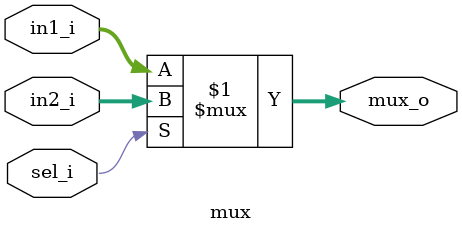
<source format=v>
module mux #(
  parameter Width = 32
) (
  input  [Width-1:0] in1_i,
  input  [Width-1:0] in2_i,
  input              sel_i,
  output [Width-1:0] mux_o
);

  assign mux_o = sel_i ? in2_i : in1_i;

endmodule

</source>
